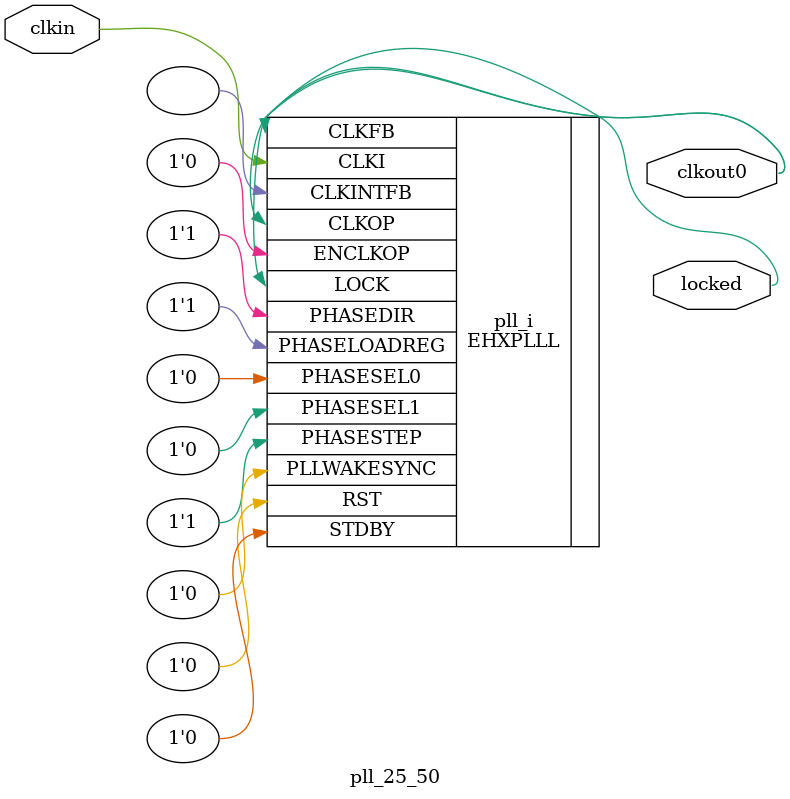
<source format=v>
module pll_25_50
(
    input clkin, // 25 MHz, 0 deg
    output clkout0, // 50 MHz, 0 deg
    output locked
);
(* FREQUENCY_PIN_CLKI="25" *)
(* FREQUENCY_PIN_CLKOP="50" *)
(* ICP_CURRENT="12" *) (* LPF_RESISTOR="8" *) (* MFG_ENABLE_FILTEROPAMP="1" *) (* MFG_GMCREF_SEL="2" *)
EHXPLLL #(
        .PLLRST_ENA("DISABLED"),
        .INTFB_WAKE("DISABLED"),
        .STDBY_ENABLE("DISABLED"),
        .DPHASE_SOURCE("DISABLED"),
        .OUTDIVIDER_MUXA("DIVA"),
        .OUTDIVIDER_MUXB("DIVB"),
        .OUTDIVIDER_MUXC("DIVC"),
        .OUTDIVIDER_MUXD("DIVD"),
        .CLKI_DIV(1),
        .CLKOP_ENABLE("ENABLED"),
        .CLKOP_DIV(12),
        .CLKOP_CPHASE(5),
        .CLKOP_FPHASE(0),
        .FEEDBK_PATH("CLKOP"),
        .CLKFB_DIV(2)
    ) pll_i (
        .RST(1'b0),
        .STDBY(1'b0),
        .CLKI(clkin),
        .CLKOP(clkout0),
        .CLKFB(clkout0),
        .CLKINTFB(),
        .PHASESEL0(1'b0),
        .PHASESEL1(1'b0),
        .PHASEDIR(1'b1),
        .PHASESTEP(1'b1),
        .PHASELOADREG(1'b1),
        .PLLWAKESYNC(1'b0),
        .ENCLKOP(1'b0),
        .LOCK(locked)
	);
endmodule

</source>
